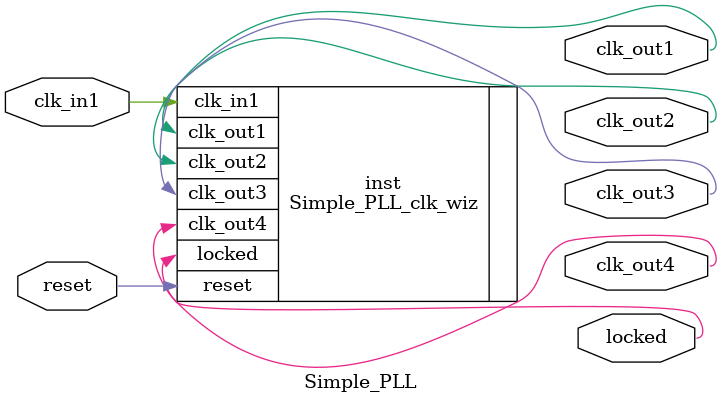
<source format=v>


`timescale 1ps/1ps

(* CORE_GENERATION_INFO = "Simple_PLL,clk_wiz_v6_0_9_0_0,{component_name=Simple_PLL,use_phase_alignment=true,use_min_o_jitter=false,use_max_i_jitter=false,use_dyn_phase_shift=false,use_inclk_switchover=false,use_dyn_reconfig=false,enable_axi=0,feedback_source=FDBK_AUTO,PRIMITIVE=MMCM,num_out_clk=4,clkin1_period=10.000,clkin2_period=10.000,use_power_down=false,use_reset=true,use_locked=true,use_inclk_stopped=false,feedback_type=SINGLE,CLOCK_MGR_TYPE=NA,manual_override=false}" *)

module Simple_PLL 
 (
  // Clock out ports
  output        clk_out1,
  output        clk_out2,
  output        clk_out3,
  output        clk_out4,
  // Status and control signals
  input         reset,
  output        locked,
 // Clock in ports
  input         clk_in1
 );

  Simple_PLL_clk_wiz inst
  (
  // Clock out ports  
  .clk_out1(clk_out1),
  .clk_out2(clk_out2),
  .clk_out3(clk_out3),
  .clk_out4(clk_out4),
  // Status and control signals               
  .reset(reset), 
  .locked(locked),
 // Clock in ports
  .clk_in1(clk_in1)
  );

endmodule

</source>
